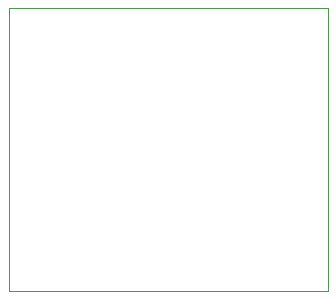
<source format=gbr>
G04 (created by PCBNEW (22-Jun-2014 BZR 4027)-stable) date Sat 31 Oct 2015 03:00:43 PM EET*
%MOIN*%
G04 Gerber Fmt 3.4, Leading zero omitted, Abs format*
%FSLAX34Y34*%
G01*
G70*
G90*
G04 APERTURE LIST*
%ADD10C,0.00590551*%
%ADD11C,0.00393701*%
G04 APERTURE END LIST*
G54D10*
G54D11*
X36614Y-37598D02*
X36811Y-37598D01*
X36614Y-47047D02*
X36614Y-37598D01*
X47244Y-47047D02*
X36614Y-47047D01*
X47244Y-37598D02*
X47244Y-47047D01*
X36811Y-37598D02*
X47244Y-37598D01*
M02*

</source>
